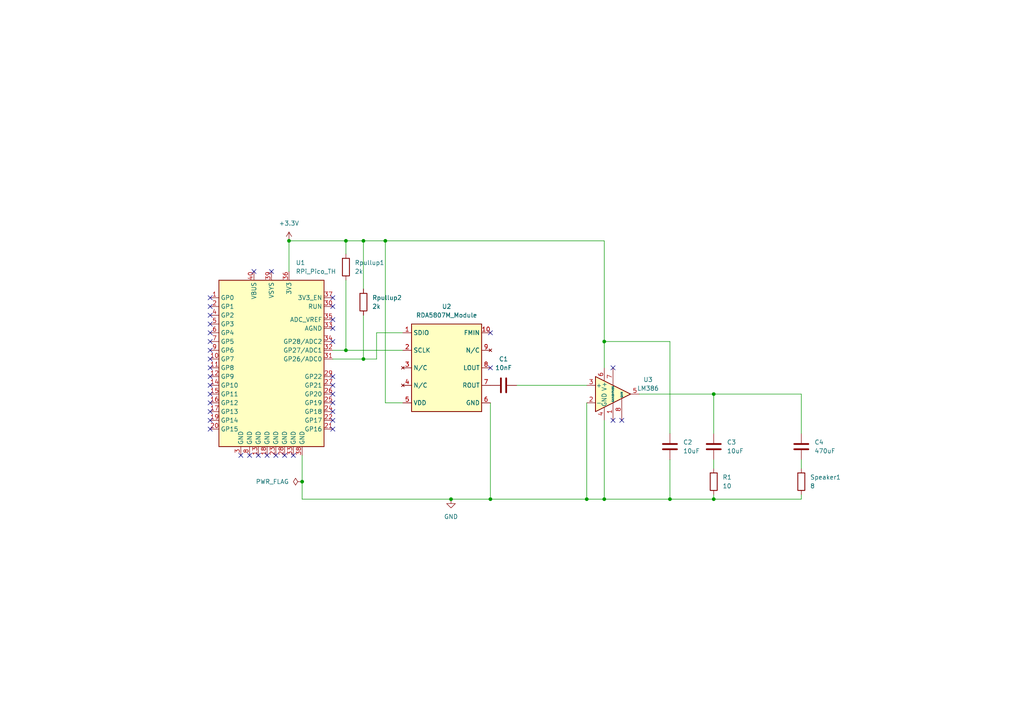
<source format=kicad_sch>
(kicad_sch (version 20230121) (generator eeschema)
  (paper "A4")
  (title_block (title "ECE 299 - Lab 4") (date "2023-06-21"))
  (lib_symbols
    (symbol "Amplifier_Audio:LM386" (pin_names (offset 0.127))
      (property "Reference" "U" (at 1.27 7.62 0))
      (property "Value" "LM386" (at 1.27 5.08 0))
      (symbol "LM386_0_1"
        (polyline (pts (xy 5.08 0) (xy -5.08 5.08) (xy -5.08 -5.08) (xy 5.08 0)) (stroke (width 0.254)) (fill (type background)))
      )
      (symbol "LM386_1_1"
        (pin input line (at 0 -7.62 90) (length 5.08) (name "GAIN") (number "1"))
        (pin input line (at -7.62 -2.54 0) (length 2.54) (name "-") (number "2"))
        (pin input line (at -7.62 2.54 0) (length 2.54) (name "+") (number "3"))
        (pin power_in line (at -2.54 -7.62 90) (length 3.81) (name "GND") (number "4"))
        (pin output line (at 7.62 0 180) (length 2.54) (name "~") (number "5"))
        (pin power_in line (at -2.54 7.62 270) (length 3.81) (name "V+") (number "6"))
        (pin input line (at 0 7.62 270) (length 5.08) (name "BYPASS") (number "7"))
        (pin input line (at 2.54 -7.62 90) (length 6.35) (name "GAIN") (number "8"))
      )
    )
    (symbol "Device:C" (pin_numbers hide) (pin_names (offset 0.254))
      (property "Reference" "C" (at 0.635 2.54 0))
      (property "Value" "C" (at 0.635 -2.54 0))
      (symbol "C_0_1"
        (polyline (pts (xy -2.032 -0.762) (xy 2.032 -0.762)) (stroke (width 0.508)))
        (polyline (pts (xy -2.032 0.762) (xy 2.032 0.762)) (stroke (width 0.508)))
      )
      (symbol "C_1_1"
        (pin passive line (at 0 3.81 270) (length 2.794) (name "~") (number "1"))
        (pin passive line (at 0 -3.81 90) (length 2.794) (name "~") (number "2"))
      )
    )
    (symbol "Device:R" (pin_numbers hide) (pin_names (offset 0))
      (property "Reference" "R" (at 2.032 0 90))
      (property "Value" "R" (at 0 0 90))
      (symbol "R_0_1"
        (rectangle (start -1.016 -2.54) (end 1.016 2.54) (stroke (width 0.254)))
      )
      (symbol "R_1_1"
        (pin passive line (at 0 3.81 270) (length 1.27) (name "~") (number "1"))
        (pin passive line (at 0 -3.81 90) (length 1.27) (name "~") (number "2"))
      )
    )
    (symbol "ECE_G:RDA5807M_Module"
      (property "Reference" "U" (at -8.89 16.51 0))
      (property "Value" "RDA5807M_Module" (at -8.89 13.97 0))
      (symbol "RDA5807M_Module_0_1"
        (rectangle (start -10.16 12.7) (end 10.16 -12.7) (stroke (width 0.254)) (fill (type background)))
      )
      (symbol "RDA5807M_Module_1_1"
        (pin bidirectional line (at -12.7 10.16 0) (length 2.54) (name "SDIO") (number "1"))
        (pin input line (at 12.7 10.16 180) (length 2.54) (name "FMIN") (number "10"))
        (pin input line (at -12.7 5.08 0) (length 2.54) (name "SCLK") (number "2"))
        (pin no_connect line (at -12.7 0 0) (length 2.54) (name "N/C") (number "3"))
        (pin no_connect line (at -12.7 -5.08 0) (length 2.54) (name "N/C") (number "4"))
        (pin power_in line (at -12.7 -10.16 0) (length 2.54) (name "VDD") (number "5"))
        (pin power_in line (at 12.7 -10.16 180) (length 2.54) (name "GND") (number "6"))
        (pin output line (at 12.7 -5.08 180) (length 2.54) (name "ROUT") (number "7"))
        (pin output line (at 12.7 0 180) (length 2.54) (name "LOUT") (number "8"))
        (pin no_connect line (at 12.7 5.08 180) (length 2.54) (name "N/C") (number "9"))
      )
    )
    (symbol "ECE_G:RPi_Pico_TH"
      (property "Reference" "U?" (at 0 1.27 0))
      (property "Value" "RPi_Pico_TH" (at 0 -1.27 0))
      (symbol "RPi_Pico_TH_0_1"
        (rectangle (start -15.24 24.13) (end 15.24 -24.13) (stroke (width 0.254)) (fill (type background)))
      )
      (symbol "RPi_Pico_TH_1_1"
        (pin bidirectional line (at -17.78 19.05 0) (length 2.54) (name "GP0") (number "1"))
        (pin bidirectional line (at -17.78 1.27 0) (length 2.54) (name "GP7") (number "10"))
        (pin bidirectional line (at -17.78 -1.27 0) (length 2.54) (name "GP8") (number "11"))
        (pin bidirectional line (at -17.78 -3.81 0) (length 2.54) (name "GP9") (number "12"))
        (pin power_in line (at -3.81 -26.67 90) (length 2.54) (name "GND") (number "13"))
        (pin bidirectional line (at -17.78 -6.35 0) (length 2.54) (name "GP10") (number "14"))
        (pin bidirectional line (at -17.78 -8.89 0) (length 2.54) (name "GP11") (number "15"))
        (pin bidirectional line (at -17.78 -11.43 0) (length 2.54) (name "GP12") (number "16"))
        (pin bidirectional line (at -17.78 -13.97 0) (length 2.54) (name "GP13") (number "17"))
        (pin power_in line (at -1.27 -26.67 90) (length 2.54) (name "GND") (number "18"))
        (pin bidirectional line (at -17.78 -16.51 0) (length 2.54) (name "GP14") (number "19"))
        (pin bidirectional line (at -17.78 16.51 0) (length 2.54) (name "GP1") (number "2"))
        (pin bidirectional line (at -17.78 -19.05 0) (length 2.54) (name "GP15") (number "20"))
        (pin bidirectional line (at 17.78 -19.05 180) (length 2.54) (name "GP16") (number "21"))
        (pin bidirectional line (at 17.78 -16.51 180) (length 2.54) (name "GP17") (number "22"))
        (pin power_in line (at 1.27 -26.67 90) (length 2.54) (name "GND") (number "23"))
        (pin bidirectional line (at 17.78 -13.97 180) (length 2.54) (name "GP18") (number "24"))
        (pin bidirectional line (at 17.78 -11.43 180) (length 2.54) (name "GP19") (number "25"))
        (pin bidirectional line (at 17.78 -8.89 180) (length 2.54) (name "GP20") (number "26"))
        (pin bidirectional line (at 17.78 -6.35 180) (length 2.54) (name "GP21") (number "27"))
        (pin power_in line (at 3.81 -26.67 90) (length 2.54) (name "GND") (number "28"))
        (pin bidirectional line (at 17.78 -3.81 180) (length 2.54) (name "GP22") (number "29"))
        (pin power_in line (at -8.89 -26.67 90) (length 2.54) (name "GND") (number "3"))
        (pin input line (at 17.78 16.51 180) (length 2.54) (name "RUN") (number "30"))
        (pin bidirectional line (at 17.78 1.27 180) (length 2.54) (name "GP26/ADC0") (number "31"))
        (pin bidirectional line (at 17.78 3.81 180) (length 2.54) (name "GP27/ADC1") (number "32"))
        (pin power_in line (at 17.78 10.16 180) (length 2.54) (name "AGND") (number "33"))
        (pin power_in line (at 6.35 -26.67 90) (length 2.54) (name "GND") (number "33"))
        (pin bidirectional line (at 17.78 6.35 180) (length 2.54) (name "GP28/ADC2") (number "34"))
        (pin power_in line (at 17.78 12.7 180) (length 2.54) (name "ADC_VREF") (number "35"))
        (pin power_out line (at 5.08 26.67 270) (length 2.54) (name "3V3") (number "36"))
        (pin input line (at 17.78 19.05 180) (length 2.54) (name "3V3_EN") (number "37"))
        (pin power_in line (at 8.89 -26.67 90) (length 2.54) (name "GND") (number "38"))
        (pin power_out line (at 0 26.67 270) (length 2.54) (name "VSYS") (number "39"))
        (pin bidirectional line (at -17.78 13.97 0) (length 2.54) (name "GP2") (number "4"))
        (pin power_in line (at -5.08 26.67 270) (length 2.54) (name "VBUS") (number "40"))
        (pin bidirectional line (at -17.78 11.43 0) (length 2.54) (name "GP3") (number "5"))
        (pin bidirectional line (at -17.78 8.89 0) (length 2.54) (name "GP4") (number "6"))
        (pin bidirectional line (at -17.78 6.35 0) (length 2.54) (name "GP5") (number "7"))
        (pin power_in line (at -6.35 -26.67 90) (length 2.54) (name "GND") (number "8"))
        (pin bidirectional line (at -17.78 3.81 0) (length 2.54) (name "GP6") (number "9"))
      )
    )
    (symbol "power:+3.3V" (power) (pin_names (offset 0))
      (property "Value" "+3.3V" (at 0 3.556 0))
      (symbol "+3.3V_0_1"
        (polyline (pts (xy -0.762 1.27) (xy 0 2.54)))
        (polyline (pts (xy 0 0) (xy 0 2.54)))
        (polyline (pts (xy 0 2.54) (xy 0.762 1.27)))
      )
      (symbol "+3.3V_1_1"
        (pin power_in line (at 0 0 90) (length 0) hide (name "+3.3V") (number "1"))
      )
    )
    (symbol "power:GND" (power) (pin_names (offset 0))
      (property "Value" "GND" (at 0 -3.81 0))
      (symbol "GND_0_1"
        (polyline (pts (xy 0 0) (xy 0 -1.27) (xy 1.27 -1.27) (xy 0 -2.54) (xy -1.27 -1.27) (xy 0 -1.27)))
      )
      (symbol "GND_1_1"
        (pin power_in line (at 0 0 270) (length 0) hide (name "GND") (number "1"))
      )
    )
    (symbol "power:PWR_FLAG" (power) (pin_numbers hide) (pin_names (offset 0) hide)
      (property "Value" "PWR_FLAG" (at 0 3.81 0))
      (symbol "PWR_FLAG_0_0"
        (pin power_out line (at 0 0 90) (length 0) (name "pwr") (number "1"))
      )
      (symbol "PWR_FLAG_0_1"
        (polyline (pts (xy 0 0) (xy 0 1.27) (xy -1.016 1.905) (xy 0 2.54) (xy 1.016 1.905) (xy 0 1.27)))
      )
    )
  )
  (junction (at 175.26 144.78))
  (junction (at 87.63 139.7))
  (junction (at 83.82 69.85))
  (junction (at 111.76 69.85))
  (junction (at 100.33 101.6))
  (junction (at 105.41 104.14))
  (junction (at 142.24 144.78))
  (junction (at 207.01 144.78))
  (junction (at 130.81 144.78))
  (junction (at 175.26 99.06))
  (junction (at 194.31 144.78))
  (junction (at 100.33 69.85))
  (junction (at 105.41 69.85))
  (junction (at 170.18 144.78))
  (junction (at 207.01 114.3))
  (no_connect (at 60.96 124.46))
  (no_connect (at 96.52 95.25))
  (no_connect (at 60.96 88.9))
  (no_connect (at 60.96 99.06))
  (no_connect (at 60.96 116.84))
  (no_connect (at 60.96 86.36))
  (no_connect (at 60.96 93.98))
  (no_connect (at 96.52 114.3))
  (no_connect (at 82.55 132.08))
  (no_connect (at 177.8 121.92))
  (no_connect (at 60.96 91.44))
  (no_connect (at 60.96 109.22))
  (no_connect (at 60.96 96.52))
  (no_connect (at 60.96 104.14))
  (no_connect (at 60.96 106.68))
  (no_connect (at 96.52 88.9))
  (no_connect (at 60.96 121.92))
  (no_connect (at 177.8 106.68))
  (no_connect (at 73.66 78.74))
  (no_connect (at 96.52 121.92))
  (no_connect (at 96.52 109.22))
  (no_connect (at 72.39 132.08))
  (no_connect (at 60.96 114.3))
  (no_connect (at 80.01 132.08))
  (no_connect (at 96.52 92.71))
  (no_connect (at 96.52 119.38))
  (no_connect (at 78.74 78.74))
  (no_connect (at 60.96 111.76))
  (no_connect (at 96.52 99.06))
  (no_connect (at 85.09 132.08))
  (no_connect (at 142.24 96.52))
  (no_connect (at 60.96 119.38))
  (no_connect (at 180.34 121.92))
  (no_connect (at 96.52 111.76))
  (no_connect (at 77.47 132.08))
  (no_connect (at 96.52 124.46))
  (no_connect (at 96.52 116.84))
  (no_connect (at 60.96 101.6))
  (no_connect (at 96.52 86.36))
  (no_connect (at 69.85 132.08))
  (no_connect (at 74.93 132.08))
  (no_connect (at 142.24 106.68))
  (wire (pts (xy 87.63 132.08) (xy 87.63 139.7)))
  (wire (pts (xy 170.18 116.84) (xy 170.18 144.78)))
  (wire (pts (xy 207.01 133.35) (xy 207.01 135.89)))
  (wire (pts (xy 175.26 121.92) (xy 175.26 144.78)))
  (wire (pts (xy 111.76 69.85) (xy 175.26 69.85)))
  (wire (pts (xy 87.63 139.7) (xy 87.63 144.78)))
  (wire (pts (xy 100.33 69.85) (xy 105.41 69.85)))
  (wire (pts (xy 142.24 144.78) (xy 170.18 144.78)))
  (wire (pts (xy 185.42 114.3) (xy 207.01 114.3)))
  (wire (pts (xy 100.33 101.6) (xy 116.84 101.6)))
  (wire (pts (xy 111.76 116.84) (xy 116.84 116.84)))
  (wire (pts (xy 175.26 99.06) (xy 194.31 99.06)))
  (wire (pts (xy 170.18 111.76) (xy 149.86 111.76)))
  (wire (pts (xy 232.41 114.3) (xy 232.41 125.73)))
  (wire (pts (xy 207.01 144.78) (xy 232.41 144.78)))
  (wire (pts (xy 207.01 114.3) (xy 232.41 114.3)))
  (wire (pts (xy 96.52 101.6) (xy 100.33 101.6)))
  (wire (pts (xy 194.31 133.35) (xy 194.31 144.78)))
  (wire (pts (xy 232.41 135.89) (xy 232.41 133.35)))
  (wire (pts (xy 175.26 99.06) (xy 175.26 106.68)))
  (wire (pts (xy 100.33 81.28) (xy 100.33 101.6)))
  (wire (pts (xy 105.41 69.85) (xy 111.76 69.85)))
  (wire (pts (xy 105.41 69.85) (xy 105.41 83.82)))
  (wire (pts (xy 194.31 99.06) (xy 194.31 125.73)))
  (wire (pts (xy 83.82 69.85) (xy 100.33 69.85)))
  (wire (pts (xy 207.01 144.78) (xy 207.01 143.51)))
  (wire (pts (xy 87.63 144.78) (xy 130.81 144.78)))
  (wire (pts (xy 232.41 144.78) (xy 232.41 143.51)))
  (wire (pts (xy 96.52 104.14) (xy 105.41 104.14)))
  (wire (pts (xy 170.18 144.78) (xy 175.26 144.78)))
  (wire (pts (xy 105.41 91.44) (xy 105.41 104.14)))
  (wire (pts (xy 109.22 96.52) (xy 116.84 96.52)))
  (wire (pts (xy 111.76 69.85) (xy 111.76 116.84)))
  (wire (pts (xy 109.22 104.14) (xy 109.22 96.52)))
  (wire (pts (xy 175.26 144.78) (xy 194.31 144.78)))
  (wire (pts (xy 175.26 69.85) (xy 175.26 99.06)))
  (wire (pts (xy 83.82 69.85) (xy 83.82 78.74)))
  (wire (pts (xy 100.33 69.85) (xy 100.33 73.66)))
  (wire (pts (xy 105.41 104.14) (xy 109.22 104.14)))
  (wire (pts (xy 194.31 144.78) (xy 207.01 144.78)))
  (wire (pts (xy 207.01 125.73) (xy 207.01 114.3)))
  (wire (pts (xy 142.24 144.78) (xy 142.24 116.84)))
  (wire (pts (xy 130.81 144.78) (xy 142.24 144.78)))
  (symbol (lib_id "power:GND") (at 130.81 144.78 0) (unit 1)
    (property "Reference" "#PWR02" (effects hide))
    (property "Value" "GND" (at 130.81 149.86 0))
  )
  (symbol (lib_id "Device:C") (at 207.01 129.54 0) (unit 1)
    (property "Reference" "C3" (at 210.82 128.27 0) (effects (justify left)))
    (property "Value" "10uF" (at 210.82 130.81 0) (effects (justify left)))
    (property "Footprint" "Capacitor_THT:CP_Radial_D6.3mm_P2.50mm" (effects hide))
  )
  (symbol (lib_id "Device:R") (at 207.01 139.7 0) (unit 1)
    (property "Reference" "R1" (at 209.55 138.43 0) (effects (justify left)))
    (property "Value" "10" (at 209.55 140.97 0) (effects (justify left)))
    (property "Footprint" "Resistor_THT:R_Axial_DIN0207_L6.3mm_D2.5mm_P10.16mm_Horizontal" (effects hide))
  )
  (symbol (lib_id "Device:R") (at 100.33 77.47 0) (unit 1)
    (property "Reference" "Rpullup1" (at 102.87 76.2 0) (effects (justify left)))
    (property "Value" "2k" (at 102.87 78.74 0) (effects (justify left)))
    (property "Footprint" "Resistor_THT:R_Axial_DIN0207_L6.3mm_D2.5mm_P10.16mm_Horizontal" (effects hide))
  )
  (symbol (lib_id "power:PWR_FLAG") (at 87.63 139.7 90) (unit 1)
    (property "Reference" "#FLG01" (effects hide))
    (property "Value" "PWR_FLAG" (at 83.82 139.7 90) (effects (justify left)))
  )
  (symbol (lib_id "ECE_G:RPi_Pico_TH") (at 78.74 105.41 0) (unit 1)
    (property "Reference" "U1" (at 85.7759 76.2 0) (effects (justify left)))
    (property "Value" "RPi_Pico_TH" (at 85.7759 78.74 0) (effects (justify left)))
    (property "Footprint" "ECE:RPi_Pico_TH" (effects hide))
  )
  (symbol (lib_id "Device:C") (at 146.05 111.76 90) (unit 1)
    (property "Reference" "C1" (at 146.05 104.14 90))
    (property "Value" "10nF" (at 146.05 106.68 90))
    (property "Footprint" "Capacitor_THT:C_Axial_L3.8mm_D2.6mm_P7.50mm_Horizontal" (effects hide))
  )
  (symbol (lib_id "power:+3.3V") (at 83.82 69.85 0) (unit 1)
    (property "Reference" "#PWR01" (effects hide))
    (property "Value" "+3.3V" (at 83.82 64.77 0))
  )
  (symbol (lib_id "Device:R") (at 105.41 87.63 0) (unit 1)
    (property "Reference" "Rpullup2" (at 107.95 86.36 0) (effects (justify left)))
    (property "Value" "2k" (at 107.95 88.9 0) (effects (justify left)))
    (property "Footprint" "Resistor_THT:R_Axial_DIN0207_L6.3mm_D2.5mm_P10.16mm_Horizontal" (effects hide))
  )
  (symbol (lib_id "Device:C") (at 194.31 129.54 0) (unit 1)
    (property "Reference" "C2" (at 198.12 128.27 0) (effects (justify left)))
    (property "Value" "10uF" (at 198.12 130.81 0) (effects (justify left)))
    (property "Footprint" "Capacitor_THT:CP_Radial_D6.3mm_P2.50mm" (effects hide))
  )
  (symbol (lib_id "Device:C") (at 232.41 129.54 0) (unit 1)
    (property "Reference" "C4" (at 236.22 128.27 0) (effects (justify left)))
    (property "Value" "470uF" (at 236.22 130.81 0) (effects (justify left)))
    (property "Footprint" "Capacitor_THT:CP_Radial_D6.3mm_P2.50mm" (effects hide))
  )
  (symbol (lib_id "ECE_G:RDA5807M_Module") (at 129.54 106.68 0) (unit 1)
    (property "Reference" "U2" (at 129.54 88.9 0))
    (property "Value" "RDA5807M_Module" (at 129.54 91.44 0))
    (property "Footprint" "ECE:RDA5807M_Module_TH" (effects hide))
  )
  (symbol (lib_id "Amplifier_Audio:LM386") (at 177.8 114.3 0) (unit 1)
    (property "Reference" "U3" (at 187.96 110.1091 0))
    (property "Value" "LM386" (at 187.96 112.6491 0))
    (property "Footprint" "Package_DIP:DIP-8_W7.62mm" (effects hide))
    (property "Datasheet" "http://www.ti.com/lit/ds/symlink/lm386.pdf" (effects hide))
  )
  (symbol (lib_id "Device:R") (at 232.41 139.7 0) (unit 1)
    (property "Reference" "Speaker1" (at 234.95 138.43 0) (effects (justify left)))
    (property "Value" "8" (at 234.95 140.97 0) (effects (justify left)))
    (property "Footprint" "Connector_PinHeader_2.54mm:PinHeader_1x02_P2.54mm_Vertical" (effects hide))
  )
)
</source>
